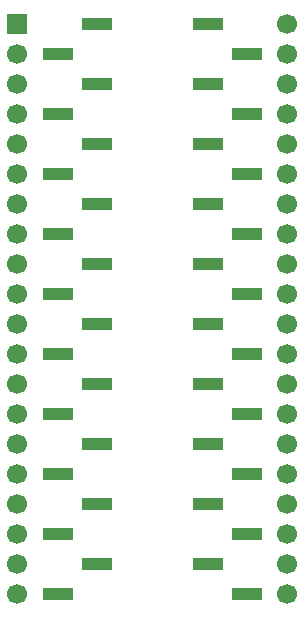
<source format=gbs>
G04 #@! TF.GenerationSoftware,KiCad,Pcbnew,9.0.6*
G04 #@! TF.CreationDate,2026-01-08T15:28:10-06:00*
G04 #@! TF.ProjectId,QFN-36_6x6_P0.5,51464e2d-3336-45f3-9678-365f50302e35,rev?*
G04 #@! TF.SameCoordinates,Original*
G04 #@! TF.FileFunction,Soldermask,Bot*
G04 #@! TF.FilePolarity,Negative*
%FSLAX46Y46*%
G04 Gerber Fmt 4.6, Leading zero omitted, Abs format (unit mm)*
G04 Created by KiCad (PCBNEW 9.0.6) date 2026-01-08 15:28:10*
%MOMM*%
%LPD*%
G01*
G04 APERTURE LIST*
%ADD10R,2.510000X1.000000*%
%ADD11C,1.700000*%
%ADD12R,1.700000X1.700000*%
G04 APERTURE END LIST*
D10*
X107565000Y-90165000D03*
X110875000Y-92705000D03*
X107565000Y-95245000D03*
X110875000Y-97785000D03*
X107565000Y-100325000D03*
X110875000Y-102865000D03*
X107565000Y-105405000D03*
X110875000Y-107945000D03*
X107565000Y-110485000D03*
X110875000Y-113025000D03*
X107565000Y-115565000D03*
X110875000Y-118105000D03*
X107565000Y-120645000D03*
X110875000Y-123185000D03*
X107565000Y-125725000D03*
X110875000Y-128265000D03*
X107565000Y-130805000D03*
X110875000Y-133345000D03*
X107565000Y-135885000D03*
X110875000Y-138425000D03*
X98175000Y-90165000D03*
X94865000Y-92705000D03*
X98175000Y-95245000D03*
X94865000Y-97785000D03*
X98175000Y-100325000D03*
X94865000Y-102865000D03*
X98175000Y-105405000D03*
X94865000Y-107945000D03*
X98175000Y-110485000D03*
X94865000Y-113025000D03*
X98175000Y-115565000D03*
X94865000Y-118105000D03*
X98175000Y-120645000D03*
X94865000Y-123185000D03*
X98175000Y-125725000D03*
X94865000Y-128265000D03*
X98175000Y-130805000D03*
X94865000Y-133345000D03*
X98175000Y-135885000D03*
X94865000Y-138425000D03*
D11*
X114300000Y-90170000D03*
X114300000Y-92710000D03*
X114300000Y-95250000D03*
X114300000Y-97790000D03*
X114300000Y-100330000D03*
X114300000Y-102870000D03*
X114300000Y-105410000D03*
X114300000Y-107950000D03*
X114300000Y-110490000D03*
X114300000Y-113030000D03*
X114300000Y-115570000D03*
X114300000Y-118110000D03*
X114300000Y-120650000D03*
X114300000Y-123190000D03*
X114300000Y-125730000D03*
X114300000Y-128270000D03*
X114300000Y-130810000D03*
X114300000Y-133350000D03*
X114300000Y-135890000D03*
X114300000Y-138430000D03*
D12*
X91440000Y-90170000D03*
D11*
X91440000Y-92710000D03*
X91440000Y-95250000D03*
X91440000Y-97790000D03*
X91440000Y-100330000D03*
X91440000Y-102870000D03*
X91440000Y-105410000D03*
X91440000Y-107950000D03*
X91440000Y-110490000D03*
X91440000Y-113030000D03*
X91440000Y-115570000D03*
X91440000Y-118110000D03*
X91440000Y-120650000D03*
X91440000Y-123190000D03*
X91440000Y-125730000D03*
X91440000Y-128270000D03*
X91440000Y-130810000D03*
X91440000Y-133350000D03*
X91440000Y-135890000D03*
X91440000Y-138430000D03*
M02*

</source>
